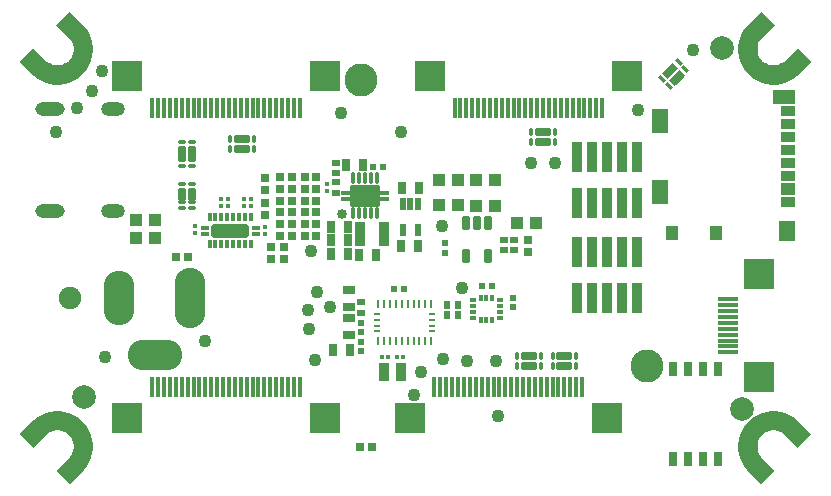
<source format=gbs>
G04*
G04 #@! TF.GenerationSoftware,Altium Limited,Altium Designer,22.10.1 (41)*
G04*
G04 Layer_Color=16711935*
%FSLAX44Y44*%
%MOMM*%
G71*
G04*
G04 #@! TF.SameCoordinates,DCCAADF1-C1D0-4DA7-B5CE-9EF6014CFE25*
G04*
G04*
G04 #@! TF.FilePolarity,Negative*
G04*
G01*
G75*
%ADD51R,0.7000X0.9500*%
%ADD52R,0.6516X0.5516*%
%ADD56C,2.0000*%
%ADD63C,1.1016*%
%ADD64R,0.6216X0.6216*%
%ADD65R,0.5516X0.6516*%
%ADD70R,0.7516X0.6516*%
G04:AMPARAMS|DCode=71|XSize=0.34mm|YSize=0.705mm|CornerRadius=0.12mm|HoleSize=0mm|Usage=FLASHONLY|Rotation=270.000|XOffset=0mm|YOffset=0mm|HoleType=Round|Shape=RoundedRectangle|*
%AMROUNDEDRECTD71*
21,1,0.3400,0.4650,0,0,270.0*
21,1,0.1000,0.7050,0,0,270.0*
1,1,0.2400,-0.2325,-0.0500*
1,1,0.2400,-0.2325,0.0500*
1,1,0.2400,0.2325,0.0500*
1,1,0.2400,0.2325,-0.0500*
%
%ADD71ROUNDEDRECTD71*%
G04:AMPARAMS|DCode=72|XSize=0.54mm|YSize=0.705mm|CornerRadius=0.12mm|HoleSize=0mm|Usage=FLASHONLY|Rotation=270.000|XOffset=0mm|YOffset=0mm|HoleType=Round|Shape=RoundedRectangle|*
%AMROUNDEDRECTD72*
21,1,0.5400,0.4650,0,0,270.0*
21,1,0.3000,0.7050,0,0,270.0*
1,1,0.2400,-0.2325,-0.1500*
1,1,0.2400,-0.2325,0.1500*
1,1,0.2400,0.2325,0.1500*
1,1,0.2400,0.2325,-0.1500*
%
%ADD72ROUNDEDRECTD72*%
%ADD73R,0.6516X0.7516*%
%ADD87O,2.6000X4.6000*%
%ADD88O,2.6000X5.1000*%
%ADD89O,4.6000X2.6000*%
%ADD90C,1.9016*%
%ADD92O,2.0000X1.2000*%
%ADD93O,2.5000X1.2000*%
%ADD129R,0.7600X1.2700*%
%ADD163R,0.2500X0.6750*%
%ADD164R,0.5750X0.2500*%
%ADD166R,1.0126X0.6986*%
%ADD167R,0.9500X0.7000*%
%ADD168R,2.5016X2.5016*%
%ADD169R,1.7016X0.4016*%
%ADD170R,2.5016X2.5016*%
%ADD171R,2.5016X2.5016*%
%ADD172R,0.4016X1.7016*%
%ADD173R,2.5016X2.5016*%
G04:AMPARAMS|DCode=174|XSize=0.34mm|YSize=0.705mm|CornerRadius=0.12mm|HoleSize=0mm|Usage=FLASHONLY|Rotation=180.000|XOffset=0mm|YOffset=0mm|HoleType=Round|Shape=RoundedRectangle|*
%AMROUNDEDRECTD174*
21,1,0.3400,0.4650,0,0,180.0*
21,1,0.1000,0.7050,0,0,180.0*
1,1,0.2400,-0.0500,0.2325*
1,1,0.2400,0.0500,0.2325*
1,1,0.2400,0.0500,-0.2325*
1,1,0.2400,-0.0500,-0.2325*
%
%ADD174ROUNDEDRECTD174*%
G04:AMPARAMS|DCode=175|XSize=0.54mm|YSize=0.705mm|CornerRadius=0.12mm|HoleSize=0mm|Usage=FLASHONLY|Rotation=180.000|XOffset=0mm|YOffset=0mm|HoleType=Round|Shape=RoundedRectangle|*
%AMROUNDEDRECTD175*
21,1,0.5400,0.4650,0,0,180.0*
21,1,0.3000,0.7050,0,0,180.0*
1,1,0.2400,-0.1500,0.2325*
1,1,0.2400,0.1500,0.2325*
1,1,0.2400,0.1500,-0.2325*
1,1,0.2400,-0.1500,-0.2325*
%
%ADD175ROUNDEDRECTD175*%
%ADD176R,0.3516X0.5766*%
%ADD177R,0.5766X0.3516*%
%ADD178R,0.6216X0.6216*%
%ADD179R,0.9016X2.1016*%
%ADD180R,0.4216X0.4616*%
%ADD181R,0.8016X1.0016*%
G04:AMPARAMS|DCode=182|XSize=0.42mm|YSize=0.94mm|CornerRadius=0.0784mm|HoleSize=0mm|Usage=FLASHONLY|Rotation=90.000|XOffset=0mm|YOffset=0mm|HoleType=Round|Shape=RoundedRectangle|*
%AMROUNDEDRECTD182*
21,1,0.4200,0.7832,0,0,90.0*
21,1,0.2632,0.9400,0,0,90.0*
1,1,0.1568,0.3916,0.1316*
1,1,0.1568,0.3916,-0.1316*
1,1,0.1568,-0.3916,-0.1316*
1,1,0.1568,-0.3916,0.1316*
%
%ADD182ROUNDEDRECTD182*%
G04:AMPARAMS|DCode=183|XSize=0.42mm|YSize=0.99mm|CornerRadius=0.1204mm|HoleSize=0mm|Usage=FLASHONLY|Rotation=180.000|XOffset=0mm|YOffset=0mm|HoleType=Round|Shape=RoundedRectangle|*
%AMROUNDEDRECTD183*
21,1,0.4200,0.7492,0,0,180.0*
21,1,0.1792,0.9900,0,0,180.0*
1,1,0.2408,-0.0896,0.3746*
1,1,0.2408,0.0896,0.3746*
1,1,0.2408,0.0896,-0.3746*
1,1,0.2408,-0.0896,-0.3746*
%
%ADD183ROUNDEDRECTD183*%
G04:AMPARAMS|DCode=184|XSize=1.79mm|YSize=2.54mm|CornerRadius=0.1195mm|HoleSize=0mm|Usage=FLASHONLY|Rotation=270.000|XOffset=0mm|YOffset=0mm|HoleType=Round|Shape=RoundedRectangle|*
%AMROUNDEDRECTD184*
21,1,1.7900,2.3010,0,0,270.0*
21,1,1.5510,2.5400,0,0,270.0*
1,1,0.2390,-1.1505,-0.7755*
1,1,0.2390,-1.1505,0.7755*
1,1,0.2390,1.1505,0.7755*
1,1,0.2390,1.1505,-0.7755*
%
%ADD184ROUNDEDRECTD184*%
%ADD185C,0.8516*%
G04:AMPARAMS|DCode=186|XSize=0.39mm|YSize=0.74mm|CornerRadius=0.095mm|HoleSize=0mm|Usage=FLASHONLY|Rotation=0.000|XOffset=0mm|YOffset=0mm|HoleType=Round|Shape=RoundedRectangle|*
%AMROUNDEDRECTD186*
21,1,0.3900,0.5500,0,0,0.0*
21,1,0.2000,0.7400,0,0,0.0*
1,1,0.1900,0.1000,-0.2750*
1,1,0.1900,-0.1000,-0.2750*
1,1,0.1900,-0.1000,0.2750*
1,1,0.1900,0.1000,0.2750*
%
%ADD186ROUNDEDRECTD186*%
G04:AMPARAMS|DCode=187|XSize=0.39mm|YSize=0.74mm|CornerRadius=0.095mm|HoleSize=0mm|Usage=FLASHONLY|Rotation=90.000|XOffset=0mm|YOffset=0mm|HoleType=Round|Shape=RoundedRectangle|*
%AMROUNDEDRECTD187*
21,1,0.3900,0.5500,0,0,90.0*
21,1,0.2000,0.7400,0,0,90.0*
1,1,0.1900,0.2750,0.1000*
1,1,0.1900,0.2750,-0.1000*
1,1,0.1900,-0.2750,-0.1000*
1,1,0.1900,-0.2750,0.1000*
%
%ADD187ROUNDEDRECTD187*%
G04:AMPARAMS|DCode=188|XSize=1.14mm|YSize=3.14mm|CornerRadius=0.12mm|HoleSize=0mm|Usage=FLASHONLY|Rotation=90.000|XOffset=0mm|YOffset=0mm|HoleType=Round|Shape=RoundedRectangle|*
%AMROUNDEDRECTD188*
21,1,1.1400,2.9000,0,0,90.0*
21,1,0.9000,3.1400,0,0,90.0*
1,1,0.2400,1.4500,0.4500*
1,1,0.2400,1.4500,-0.4500*
1,1,0.2400,-1.4500,-0.4500*
1,1,0.2400,-1.4500,0.4500*
%
%ADD188ROUNDEDRECTD188*%
%ADD189R,1.4516X2.0016*%
%ADD190R,1.4516X1.6516*%
%ADD191R,1.2016X0.9516*%
%ADD192R,1.9016X1.2716*%
%ADD193R,1.1016X1.3016*%
%ADD194R,1.2016X0.9766*%
%ADD195R,1.2016X0.8516*%
G04:AMPARAMS|DCode=196|XSize=0.7016mm|YSize=1.1016mm|CornerRadius=0.1018mm|HoleSize=0mm|Usage=FLASHONLY|Rotation=180.000|XOffset=0mm|YOffset=0mm|HoleType=Round|Shape=RoundedRectangle|*
%AMROUNDEDRECTD196*
21,1,0.7016,0.8980,0,0,180.0*
21,1,0.4980,1.1016,0,0,180.0*
1,1,0.2036,-0.2490,0.4490*
1,1,0.2036,0.2490,0.4490*
1,1,0.2036,0.2490,-0.4490*
1,1,0.2036,-0.2490,-0.4490*
%
%ADD196ROUNDEDRECTD196*%
%ADD197R,1.0016X1.1016*%
%ADD198R,0.5000X1.0000*%
G04:AMPARAMS|DCode=199|XSize=0.34mm|YSize=0.705mm|CornerRadius=0.12mm|HoleSize=0mm|Usage=FLASHONLY|Rotation=225.000|XOffset=0mm|YOffset=0mm|HoleType=Round|Shape=RoundedRectangle|*
%AMROUNDEDRECTD199*
21,1,0.3400,0.4650,0,0,225.0*
21,1,0.1000,0.7050,0,0,225.0*
1,1,0.2400,-0.1998,0.1291*
1,1,0.2400,-0.1291,0.1998*
1,1,0.2400,0.1998,-0.1291*
1,1,0.2400,0.1291,-0.1998*
%
%ADD199ROUNDEDRECTD199*%
G04:AMPARAMS|DCode=200|XSize=0.54mm|YSize=0.705mm|CornerRadius=0.12mm|HoleSize=0mm|Usage=FLASHONLY|Rotation=225.000|XOffset=0mm|YOffset=0mm|HoleType=Round|Shape=RoundedRectangle|*
%AMROUNDEDRECTD200*
21,1,0.5400,0.4650,0,0,225.0*
21,1,0.3000,0.7050,0,0,225.0*
1,1,0.2400,-0.2705,0.0583*
1,1,0.2400,-0.0583,0.2705*
1,1,0.2400,0.2705,-0.0583*
1,1,0.2400,0.0583,-0.2705*
%
%ADD200ROUNDEDRECTD200*%
%ADD201R,0.8616X2.5016*%
%ADD202R,1.0016X0.8016*%
%ADD203R,0.8516X1.5016*%
%ADD204R,0.4616X0.4216*%
%ADD205C,2.8000*%
G36*
X42951Y379428D02*
X44340Y378039D01*
X46732Y374922D01*
X48696Y371519D01*
X50200Y367889D01*
X51217Y364094D01*
X51729Y360199D01*
Y356270D01*
X51217Y352375D01*
X50200Y348579D01*
X48696Y344950D01*
X46732Y341547D01*
X44340Y338430D01*
X42951Y337041D01*
Y337041D01*
X42911Y337001D01*
X41522Y335612D01*
X38405Y333220D01*
X35003Y331256D01*
X31373Y329753D01*
X27578Y328736D01*
X23682Y328223D01*
X19753D01*
X15858Y328736D01*
X12063Y329753D01*
X8433Y331256D01*
X5031Y333220D01*
X1913Y335612D01*
X524Y337001D01*
X525Y337001D01*
X-10102Y347628D01*
X1389Y359118D01*
X11995Y348512D01*
X12995Y347606D01*
X15236Y346108D01*
X17726Y345076D01*
X20370Y344551D01*
X23066D01*
X25709Y345076D01*
X28200Y346108D01*
X30441Y347606D01*
X31440Y348512D01*
Y348512D01*
X31441Y348512D01*
X32347Y349511D01*
X33844Y351753D01*
X34876Y354243D01*
X35402Y356887D01*
Y359582D01*
X34876Y362226D01*
X33844Y364716D01*
X32347Y366957D01*
X31441Y367957D01*
X20834Y378564D01*
X32325Y390054D01*
X42951Y379428D01*
D02*
G37*
G36*
X546647Y341145D02*
X539647Y334145D01*
X538897D01*
X534897Y338145D01*
Y339145D01*
X541397Y345645D01*
X542397D01*
X546647Y341145D01*
D02*
G37*
G36*
X629141Y378589D02*
X618535Y367982D01*
X618535D01*
X617628Y366982D01*
X616131Y364741D01*
X615099Y362251D01*
X614574Y359607D01*
Y356912D01*
X615099Y354268D01*
X616131Y351778D01*
X617628Y349536D01*
X618535Y348537D01*
X618535Y348536D01*
X618535Y348536D01*
X619534Y347630D01*
X621776Y346133D01*
X624266Y345101D01*
X626910Y344575D01*
X629605D01*
X632249Y345101D01*
X634739Y346133D01*
X636980Y347630D01*
X637980Y348536D01*
X648587Y359143D01*
X660077Y347653D01*
X649451Y337026D01*
Y337026D01*
X648062Y335637D01*
X644945Y333245D01*
X641542Y331281D01*
X637912Y329777D01*
X634117Y328760D01*
X630222Y328248D01*
X626293D01*
X622397Y328760D01*
X618602Y329777D01*
X614973Y331281D01*
X611570Y333245D01*
X608453Y335637D01*
X607064Y337026D01*
X607024Y337066D01*
X607024Y337066D01*
X605635Y338455D01*
X603243Y341572D01*
X601279Y344975D01*
X599775Y348604D01*
X598759Y352399D01*
X598246Y356295D01*
Y360224D01*
X598759Y364119D01*
X599775Y367914D01*
X601279Y371544D01*
X603243Y374947D01*
X605635Y378064D01*
X607024Y379453D01*
X617651Y390079D01*
X629141Y378589D01*
D02*
G37*
G36*
X552429Y335011D02*
X545429Y328011D01*
X544679D01*
X540679Y332011D01*
Y333011D01*
X547179Y339511D01*
X548179D01*
X552429Y335011D01*
D02*
G37*
G36*
X634084Y51217D02*
X637878Y50200D01*
X641508Y48696D01*
X644911Y46732D01*
X648028Y44340D01*
X649417Y42951D01*
X660043Y32325D01*
X648553Y20834D01*
X637946Y31441D01*
X636947Y32347D01*
X634705Y33844D01*
X632215Y34876D01*
X629571Y35402D01*
X626876D01*
X624232Y34876D01*
X621742Y33844D01*
X619501Y32347D01*
X618501Y31441D01*
X618501D01*
X618501Y31441D01*
X617595Y30441D01*
X616097Y28200D01*
X615066Y25709D01*
X614540Y23066D01*
Y20370D01*
X615066Y17727D01*
X616097Y15236D01*
X617595Y12995D01*
X618501Y11995D01*
X618501Y11995D01*
X629108Y1389D01*
X617617Y-10102D01*
X606991Y525D01*
X605602Y1914D01*
X603210Y5031D01*
X601245Y8433D01*
X599742Y12063D01*
X598725Y15858D01*
X598212Y19754D01*
Y23682D01*
X598725Y27578D01*
X599742Y31373D01*
X601245Y35003D01*
X603210Y38405D01*
X605602Y41522D01*
X606991Y42911D01*
X606991D01*
X607030Y42951D01*
X608419Y44340D01*
X611536Y46732D01*
X614939Y48696D01*
X618569Y50200D01*
X622364Y51217D01*
X626259Y51730D01*
X630188D01*
X634084Y51217D01*
D02*
G37*
G36*
X27578Y51241D02*
X31373Y50225D01*
X35003Y48721D01*
X38405Y46757D01*
X41522Y44365D01*
X42911Y42976D01*
X42951Y42936D01*
X44340Y41547D01*
X46732Y38430D01*
X48696Y35027D01*
X50200Y31398D01*
X51217Y27603D01*
X51729Y23707D01*
Y19778D01*
X51217Y15883D01*
X50200Y12088D01*
X48696Y8458D01*
X46732Y5055D01*
X44340Y1938D01*
X42951Y549D01*
Y549D01*
X32325Y-10077D01*
X20834Y1413D01*
X31441Y12020D01*
X32347Y13020D01*
X33844Y15261D01*
X34876Y17751D01*
X35402Y20395D01*
Y23090D01*
X34876Y25734D01*
X33844Y28224D01*
X32347Y30466D01*
X31441Y31465D01*
X31440Y31465D01*
X30441Y32372D01*
X28200Y33869D01*
X25709Y34901D01*
X23066Y35426D01*
X20370D01*
X17726Y34901D01*
X15236Y33869D01*
X12995Y32372D01*
X11995Y31465D01*
X11995D01*
X1389Y20859D01*
X-10102Y32349D01*
X524Y42976D01*
X1913Y44365D01*
X5031Y46757D01*
X8433Y48721D01*
X12063Y50225D01*
X15858Y51241D01*
X19753Y51754D01*
X23682D01*
X27578Y51241D01*
D02*
G37*
D51*
X126977Y234500D02*
D03*
X135327D02*
D03*
X126977Y269750D02*
D03*
X135327D02*
D03*
D52*
X408250Y196750D02*
D03*
Y187750D02*
D03*
X257500Y236750D02*
D03*
Y245750D02*
D03*
Y253250D02*
D03*
Y262250D02*
D03*
X279103Y143771D02*
D03*
Y134771D02*
D03*
X399750Y187750D02*
D03*
Y196750D02*
D03*
D56*
X601750Y53500D02*
D03*
X44500Y63500D02*
D03*
X584750Y359500D02*
D03*
D63*
X329229Y85000D02*
D03*
X347870Y95548D02*
D03*
X394750Y47750D02*
D03*
X368227Y94250D02*
D03*
X261500Y304000D02*
D03*
X38750Y308250D02*
D03*
X59750Y340000D02*
D03*
X20750Y288000D02*
D03*
X61750Y97500D02*
D03*
X422750Y261875D02*
D03*
X313000Y288000D02*
D03*
X393500Y94000D02*
D03*
X252727Y140000D02*
D03*
X364500Y156250D02*
D03*
X241750Y152250D02*
D03*
X234000Y137750D02*
D03*
X513477Y307000D02*
D03*
X442977Y261875D02*
D03*
X239477Y95000D02*
D03*
X235000Y121250D02*
D03*
X51250Y323000D02*
D03*
X146289Y111511D02*
D03*
X236250Y187250D02*
D03*
X560000Y357500D02*
D03*
X347227Y208500D02*
D03*
X323477Y65250D02*
D03*
D64*
X389500Y157500D02*
D03*
X381500D02*
D03*
X289250Y258750D02*
D03*
X297250D02*
D03*
X306977Y155500D02*
D03*
X314977D02*
D03*
D65*
X351500Y132750D02*
D03*
X360500D02*
D03*
X351500Y142000D02*
D03*
X360500D02*
D03*
D70*
X420000Y196250D02*
D03*
Y186250D02*
D03*
X213500Y190500D02*
D03*
Y180500D02*
D03*
X197500Y239250D02*
D03*
X197500Y228000D02*
D03*
Y218000D02*
D03*
X197500Y249250D02*
D03*
X202977Y190500D02*
D03*
Y180500D02*
D03*
D71*
X135327Y259500D02*
D03*
Y264500D02*
D03*
Y274500D02*
D03*
Y279500D02*
D03*
X126977D02*
D03*
Y274500D02*
D03*
Y264500D02*
D03*
Y259500D02*
D03*
Y224000D02*
D03*
Y229000D02*
D03*
Y239000D02*
D03*
Y244000D02*
D03*
X135327D02*
D03*
Y239000D02*
D03*
Y229000D02*
D03*
Y224000D02*
D03*
D72*
Y269500D02*
D03*
X126977D02*
D03*
Y234000D02*
D03*
X135327D02*
D03*
D73*
X288000Y21750D02*
D03*
X278000D02*
D03*
X122250Y182250D02*
D03*
X132250D02*
D03*
X210500Y250000D02*
D03*
X220500D02*
D03*
X241000Y250000D02*
D03*
X231000D02*
D03*
X241000Y210000D02*
D03*
X231000D02*
D03*
X241000Y200000D02*
D03*
X231000D02*
D03*
X210500Y210000D02*
D03*
X220500D02*
D03*
X210500Y200000D02*
D03*
X220500D02*
D03*
X210500Y220000D02*
D03*
X220500D02*
D03*
X210500Y230000D02*
D03*
X220500D02*
D03*
X241000Y220000D02*
D03*
X231000D02*
D03*
X241000Y230000D02*
D03*
X231000D02*
D03*
X241000Y240000D02*
D03*
X231000D02*
D03*
X210500Y240000D02*
D03*
X220500D02*
D03*
D87*
X74250Y147500D02*
D03*
D88*
X134250Y147500D02*
D03*
D89*
X104500Y99250D02*
D03*
D90*
X32500Y147500D02*
D03*
D92*
X68650Y221550D02*
D03*
Y307950D02*
D03*
D93*
X15050Y221550D02*
D03*
Y307950D02*
D03*
D129*
X581300Y11150D02*
D03*
X568600D02*
D03*
X555900D02*
D03*
X543200D02*
D03*
Y87350D02*
D03*
X555900D02*
D03*
X568600D02*
D03*
X581300D02*
D03*
D163*
X293281Y111089D02*
D03*
X338281D02*
D03*
X333281D02*
D03*
X328281D02*
D03*
X323281D02*
D03*
X318281D02*
D03*
X313281D02*
D03*
X308281D02*
D03*
X303281D02*
D03*
X298281D02*
D03*
X293281Y142339D02*
D03*
X298281D02*
D03*
X303281D02*
D03*
X308281D02*
D03*
X313281D02*
D03*
X318281D02*
D03*
X323281D02*
D03*
X328281D02*
D03*
X333281D02*
D03*
X338281D02*
D03*
D164*
X338906Y134214D02*
D03*
Y129214D02*
D03*
Y124214D02*
D03*
Y119214D02*
D03*
X292656D02*
D03*
Y124214D02*
D03*
Y129214D02*
D03*
Y134214D02*
D03*
D166*
X451186Y89736D02*
D03*
Y98086D02*
D03*
X420813Y89757D02*
D03*
X421063Y98243D02*
D03*
X433186Y279986D02*
D03*
Y288086D02*
D03*
D167*
X178363Y281935D02*
D03*
Y273585D02*
D03*
D168*
X616000Y167495D02*
D03*
D169*
X589500Y101495D02*
D03*
Y106495D02*
D03*
Y111495D02*
D03*
Y116495D02*
D03*
Y121495D02*
D03*
Y126495D02*
D03*
Y131495D02*
D03*
Y136495D02*
D03*
Y141495D02*
D03*
Y146495D02*
D03*
D170*
X616000Y80505D02*
D03*
D171*
X81000Y45750D02*
D03*
X319980D02*
D03*
X248000Y335250D02*
D03*
X503977Y335250D02*
D03*
D172*
X107000Y72250D02*
D03*
X102000D02*
D03*
X127000D02*
D03*
X122000D02*
D03*
X117000D02*
D03*
X112000D02*
D03*
X167000D02*
D03*
X227000D02*
D03*
X222000D02*
D03*
X217000D02*
D03*
X212000D02*
D03*
X207000D02*
D03*
X202000D02*
D03*
X197000D02*
D03*
X192000D02*
D03*
X187000D02*
D03*
X182000D02*
D03*
X177000D02*
D03*
X172000D02*
D03*
X162000D02*
D03*
X157000D02*
D03*
X152000D02*
D03*
X147000D02*
D03*
X142000D02*
D03*
X137000D02*
D03*
X132000D02*
D03*
X345980D02*
D03*
X340980D02*
D03*
X365980D02*
D03*
X360980D02*
D03*
X355980D02*
D03*
X350980D02*
D03*
X405980D02*
D03*
X465980D02*
D03*
X460980D02*
D03*
X455980D02*
D03*
X450980D02*
D03*
X445980D02*
D03*
X440980D02*
D03*
X435980D02*
D03*
X430980D02*
D03*
X425980D02*
D03*
X420980D02*
D03*
X415980D02*
D03*
X410980D02*
D03*
X400980D02*
D03*
X395980D02*
D03*
X390980D02*
D03*
X385980D02*
D03*
X380980D02*
D03*
X375980D02*
D03*
X370980D02*
D03*
X222000Y308750D02*
D03*
X227000D02*
D03*
X202000D02*
D03*
X207000D02*
D03*
X212000D02*
D03*
X217000D02*
D03*
X162000D02*
D03*
X102000D02*
D03*
X107000D02*
D03*
X112000D02*
D03*
X117000D02*
D03*
X122000D02*
D03*
X127000D02*
D03*
X132000D02*
D03*
X137000D02*
D03*
X142000D02*
D03*
X147000D02*
D03*
X152000D02*
D03*
X157000D02*
D03*
X167000D02*
D03*
X172000D02*
D03*
X177000D02*
D03*
X182000D02*
D03*
X187000D02*
D03*
X192000D02*
D03*
X197000D02*
D03*
X452977Y308750D02*
D03*
X447977D02*
D03*
X442977D02*
D03*
X437977D02*
D03*
X432977D02*
D03*
X427977D02*
D03*
X422977D02*
D03*
X412977D02*
D03*
X407977D02*
D03*
X402977D02*
D03*
X397977D02*
D03*
X392977D02*
D03*
X387977D02*
D03*
X382977D02*
D03*
X377977D02*
D03*
X372977D02*
D03*
X367977D02*
D03*
X362977D02*
D03*
X357977D02*
D03*
X417977D02*
D03*
X472977D02*
D03*
X467977D02*
D03*
X462977D02*
D03*
X457977D02*
D03*
X482977D02*
D03*
X477977D02*
D03*
D173*
X248000Y45750D02*
D03*
X486980D02*
D03*
X81000Y335250D02*
D03*
X336977Y335250D02*
D03*
D174*
X431000Y89825D02*
D03*
X426000D02*
D03*
X416000D02*
D03*
X411000D02*
D03*
Y98175D02*
D03*
X416000D02*
D03*
X426000D02*
D03*
X431000D02*
D03*
X183250Y281925D02*
D03*
X188250D02*
D03*
Y273575D02*
D03*
X183250D02*
D03*
X168250Y281925D02*
D03*
X173250D02*
D03*
Y273575D02*
D03*
X168250D02*
D03*
X422977Y288350D02*
D03*
X427977D02*
D03*
X437977D02*
D03*
X442977D02*
D03*
Y280000D02*
D03*
X437977D02*
D03*
X427977D02*
D03*
X422977D02*
D03*
X460977Y98100D02*
D03*
X455977D02*
D03*
X445977D02*
D03*
X440977D02*
D03*
Y89750D02*
D03*
X445977D02*
D03*
X455977D02*
D03*
X460977D02*
D03*
D175*
X421000Y89825D02*
D03*
Y98175D02*
D03*
X178250Y281925D02*
D03*
Y273575D02*
D03*
X432977Y288350D02*
D03*
Y280000D02*
D03*
X450977Y98100D02*
D03*
Y89750D02*
D03*
D176*
X390000Y147125D02*
D03*
X380000D02*
D03*
X385000D02*
D03*
X390000Y128875D02*
D03*
X380000D02*
D03*
X385000D02*
D03*
D177*
X396625Y130500D02*
D03*
Y145500D02*
D03*
Y140500D02*
D03*
Y135500D02*
D03*
X373375Y130500D02*
D03*
Y145500D02*
D03*
Y140500D02*
D03*
Y135500D02*
D03*
D178*
X407250Y139500D02*
D03*
Y147500D02*
D03*
X349977Y185750D02*
D03*
Y193750D02*
D03*
X278977Y118750D02*
D03*
Y126750D02*
D03*
Y110250D02*
D03*
Y102250D02*
D03*
D179*
X278250Y201750D02*
D03*
X298250D02*
D03*
D180*
X250000Y238450D02*
D03*
Y244050D02*
D03*
X197500Y201700D02*
D03*
Y207300D02*
D03*
X138500Y202700D02*
D03*
Y208300D02*
D03*
X166033Y225690D02*
D03*
Y231290D02*
D03*
X160033Y225690D02*
D03*
Y231290D02*
D03*
X186033Y225690D02*
D03*
Y231290D02*
D03*
X180033Y225690D02*
D03*
Y231290D02*
D03*
D181*
X253750Y208000D02*
D03*
X267750D02*
D03*
X253750Y184750D02*
D03*
X267750D02*
D03*
X291250Y184000D02*
D03*
X277250D02*
D03*
X253750Y196500D02*
D03*
X267750D02*
D03*
X266250Y260250D02*
D03*
X280250D02*
D03*
X327750Y241000D02*
D03*
X313750D02*
D03*
X326865Y191356D02*
D03*
X312865D02*
D03*
X269477Y103500D02*
D03*
X255477D02*
D03*
D182*
X297000Y236500D02*
D03*
X267000D02*
D03*
X297000Y231500D02*
D03*
X267000D02*
D03*
D183*
X272000Y219250D02*
D03*
X277000D02*
D03*
X282000D02*
D03*
X287000D02*
D03*
X292000D02*
D03*
Y248750D02*
D03*
X287000D02*
D03*
X282000D02*
D03*
X277000D02*
D03*
X272000D02*
D03*
D184*
X282000Y234000D02*
D03*
D185*
X262295Y218270D02*
D03*
D186*
X180533Y215993D02*
D03*
X185532D02*
D03*
X160533D02*
D03*
X165533D02*
D03*
X170533D02*
D03*
X175533D02*
D03*
X150533D02*
D03*
X155533D02*
D03*
X150533Y192993D02*
D03*
X165533D02*
D03*
X170533D02*
D03*
X185532D02*
D03*
X160533D02*
D03*
X155533D02*
D03*
X180533D02*
D03*
X175533D02*
D03*
D187*
X189533Y201993D02*
D03*
Y206993D02*
D03*
X146533D02*
D03*
Y201993D02*
D03*
D188*
X168033Y204493D02*
D03*
D189*
X532250Y237650D02*
D03*
Y297350D02*
D03*
D190*
X639250Y204400D02*
D03*
D191*
X640500Y284000D02*
D03*
Y229000D02*
D03*
Y251000D02*
D03*
Y262000D02*
D03*
Y273000D02*
D03*
Y295000D02*
D03*
D192*
X637000Y317600D02*
D03*
D193*
X542000Y202650D02*
D03*
X579000D02*
D03*
D194*
X640500Y240000D02*
D03*
D195*
Y305500D02*
D03*
D196*
X367727Y211000D02*
D03*
X377227D02*
D03*
X386727D02*
D03*
Y183500D02*
D03*
X367727D02*
D03*
D197*
X427227Y211250D02*
D03*
X411227D02*
D03*
X360977Y247250D02*
D03*
X344977D02*
D03*
X376227D02*
D03*
X392227D02*
D03*
X344977Y226000D02*
D03*
X360977D02*
D03*
X392227Y225750D02*
D03*
X376227D02*
D03*
X103977Y213986D02*
D03*
X87977D02*
D03*
X103977Y198736D02*
D03*
X87977D02*
D03*
D198*
X326987Y204830D02*
D03*
Y226830D02*
D03*
X313987Y204830D02*
D03*
Y226830D02*
D03*
X320487D02*
D03*
D199*
X553521Y341071D02*
D03*
X549986Y337536D02*
D03*
X542915Y330465D02*
D03*
X539379Y326929D02*
D03*
X533475Y332833D02*
D03*
X537010Y336369D02*
D03*
X544081Y343440D02*
D03*
X547617Y346976D02*
D03*
D200*
X546450Y334000D02*
D03*
X540546Y339904D02*
D03*
D201*
X512877Y147750D02*
D03*
X500177D02*
D03*
X487477D02*
D03*
X474777D02*
D03*
X462077D02*
D03*
X512877Y186750D02*
D03*
X500177D02*
D03*
X487477D02*
D03*
X474777D02*
D03*
X462077D02*
D03*
X512627Y227750D02*
D03*
X499927D02*
D03*
X487227D02*
D03*
X474527D02*
D03*
X461827D02*
D03*
X512627Y266750D02*
D03*
X499927D02*
D03*
X487227D02*
D03*
X474527D02*
D03*
X461827D02*
D03*
D202*
X268477Y130500D02*
D03*
Y116500D02*
D03*
Y154250D02*
D03*
Y140250D02*
D03*
D203*
X312754Y84670D02*
D03*
X298154D02*
D03*
D204*
X309155Y97936D02*
D03*
X314755D02*
D03*
X301801D02*
D03*
X296201D02*
D03*
D205*
X520600Y89749D02*
D03*
X278550Y331749D02*
D03*
M02*

</source>
